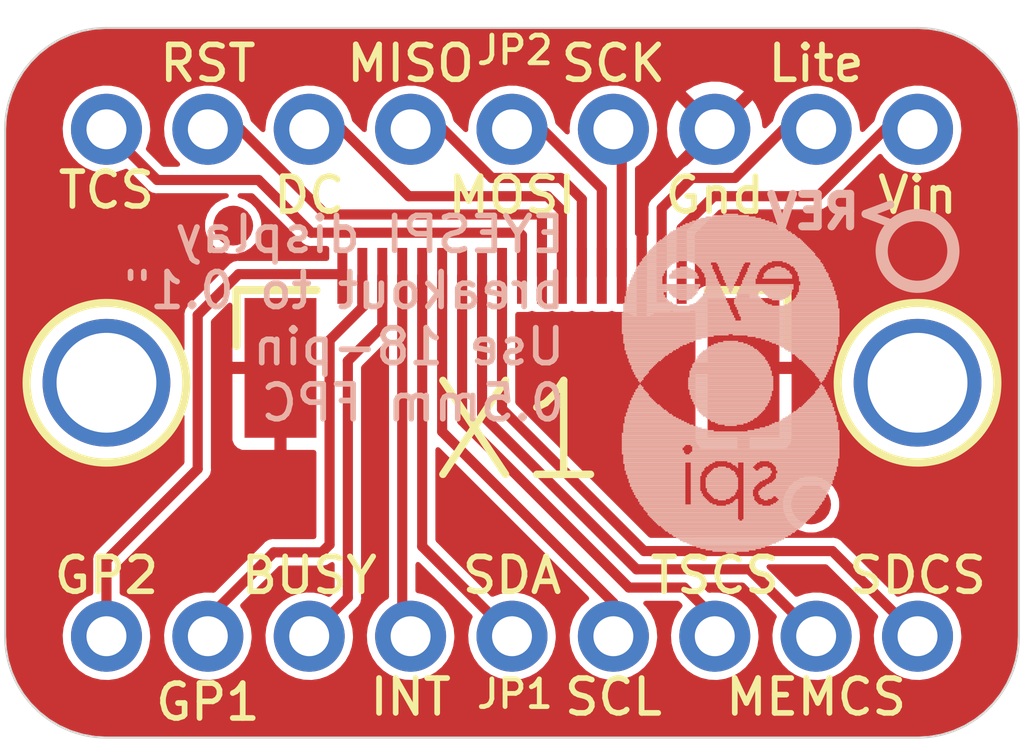
<source format=kicad_pcb>
(kicad_pcb (version 20211014) (generator pcbnew)
  (layers (0 "F.Cu" signal) (1 "In1.Cu" signal) (2 "In2.Cu" signal) (3 "In3.Cu" signal) (4 "In4.Cu" signal) (5 "In5.Cu" signal) (6 "In6.Cu" signal) (7 "In7.Cu" signal) (8 "In8.Cu" signal) (9 "In9.Cu" signal) (10 "In10.Cu" signal) (11 "In11.Cu" signal) (12 "In12.Cu" signal) (13 "In13.Cu" signal) (14 "In14.Cu" signal) (31 "B.Cu" signal) (34 "B.Paste" user) (35 "F.Paste" user) (36 "B.SilkS" user "B.Silkscreen") (37 "F.SilkS" user "F.Silkscreen") (38 "B.Mask" user) (39 "F.Mask" user) (44 "Edge.Cuts" user))
  (net 0 "")
  (net 1 "GND")
  (net 2 "SCK")
  (net 3 "MOSI")
  (net 4 "MISO")
  (net 5 "CARDCS")
  (net 6 "LITE")
  (net 7 "TFTDC")
  (net 8 "TFTCS")
  (net 9 "VIN")
  (net 10 "TFTRST")
  (net 11 "MEM_CS")
  (net 12 "TSCS")
  (net 13 "SCL")
  (net 14 "SDA")
  (net 15 "INT")
  (net 16 "BUSY")
  (net 17 "GPIO1")
  (net 18 "GPIO2")
  (footprint "eagleBoard:MOUNTINGHOLE_2.5_PLATED" (layer "F.Cu") (at 138.3411 105.0036 -90)
    (fp_text reference "U$9" hide)
    (fp_text value "MOUNTINGHOLE2.5" hide)
    (pad "P$1" thru_hole circle (at 0 0 270) (size 3.2 3.2) (drill 2.5) (layers *.Cu *.Mask))
    (zone (net 0) (net_name "") (layer "F.Cu") (connect_pads (clearance 0)) (min_thickness 0.254)
      (keepout (tracks not_allowed) (vias not_allowed) (pads not_allowed) (copperpour not_allowed) (footprints allowed))
      (fill (thermal_gap 0.508) (thermal_bridge_width 0.508))
      (polygon (pts (xy 138.3411 107.0196) (xy 138.691175 106.988972) (xy 139.030613 106.89802) (xy 139.3491 106.749507) (xy 139.63696 106.547946) (xy 139.885446 106.29946) (xy 140.087007 106.0116) (xy 140.23552 105.693113) (xy 140.326472 105.353675) (xy 140.3571 105.0036) (xy 140.326472 104.653525) (xy 140.23552 104.314087) (xy 140.087007 103.9956) (xy 139.885446 103.70774) (xy 139.63696 103.459254) (xy 139.3491 103.257693) (xy 139.030613 103.10918) (xy 138.691175 103.018228) (xy 138.3411 102.9876) (xy 137.991025 103.018228) (xy 137.651587 103.10918) (xy 137.3331 103.257693) (xy 137.04524 103.459254) (xy 136.796754 103.70774) (xy 136.595193 103.9956) (xy 136.44668 104.314087) (xy 136.355728 104.653525) (xy 136.3251 105.0036) (xy 136.355728 105.353675) (xy 136.44668 105.693113) (xy 136.595193 106.0116) (xy 136.796754 106.29946) (xy 137.04524 106.547946) (xy 137.3331 106.749507) (xy 137.651587 106.89802) (xy 137.991025 106.988972)))
      (polygon (pts (xy 138.3411 104.9876) (xy 138.338322 104.987843) (xy 138.335628 104.988565) (xy 138.3331 104.989744) (xy 138.330815 104.991343) (xy 138.328843 104.993315) (xy 138.327244 104.9956) (xy 138.326065 104.998128) (xy 138.325343 105.000822) (xy 138.3251 105.0036) (xy 138.325343 105.006378) (xy 138.326065 105.009072) (xy 138.327244 105.0116) (xy 138.328843 105.013885) (xy 138.330815 105.015857) (xy 138.3331 105.017456) (xy 138.335628 105.018635) (xy 138.338322 105.019357) (xy 138.3411 105.0196) (xy 138.343878 105.019357) (xy 138.346572 105.018635) (xy 138.3491 105.017456) (xy 138.351385 105.015857) (xy 138.353357 105.013885) (xy 138.354956 105.0116) (xy 138.356135 105.009072) (xy 138.356857 105.006378) (xy 138.3571 105.0036) (xy 138.356857 105.000822) (xy 138.356135 104.998128) (xy 138.354956 104.9956) (xy 138.353357 104.993315) (xy 138.351385 104.991343) (xy 138.3491 104.989744) (xy 138.346572 104.988565) (xy 138.343878 104.987843)))
    )
  )
  (footprint "eagleBoard:FIDUCIAL_1MM" (layer "F.Cu") (at 141.5161 101.0666 180)
    (fp_text reference "U$5" hide)
    (fp_text value "FIDUCIAL_1MM" hide)
    (pad "1" smd roundrect (at 0 0 180) (size 1 1) (layers "F.Cu" "F.Mask") (roundrect_rratio 0.5))
  )
  (footprint "eagleBoard:FIDUCIAL_1MM" (layer "F.Cu") (at 155.9941 108.0516 90)
    (fp_text reference "U$4" hide)
    (fp_text value "FIDUCIAL_1MM" hide)
    (pad "1" smd roundrect (at 0 0 90) (size 1 1) (layers "F.Cu" "F.Mask") (roundrect_rratio 0.5))
  )
  (footprint "eagleBoard:1X09_ROUND_70" (layer "F.Cu") (at 148.5011 98.6536 180)
    (fp_text reference "JP2" (at -1.0922 1.9812) (layer "F.SilkS") (effects (font (size 0.692831 0.692831) (thickness 0.119969)) (justify right)))
    (fp_text value "")
    (pad "1" thru_hole circle (at -10.16 0 270) (size 1.778 1.778) (drill 1) (layers *.Cu *.Mask) (net 9 "VIN"))
    (pad "2" thru_hole circle (at -7.62 0 270) (size 1.778 1.778) (drill 1) (layers *.Cu *.Mask) (net 6 "LITE"))
    (pad "3" thru_hole circle (at -5.08 0 270) (size 1.778 1.778) (drill 1) (layers *.Cu *.Mask) (net 1 "GND"))
    (pad "4" thru_hole circle (at -2.54 0 270) (size 1.778 1.778) (drill 1) (layers *.Cu *.Mask) (net 2 "SCK"))
    (pad "5" thru_hole circle (at 0 0 270) (size 1.778 1.778) (drill 1) (layers *.Cu *.Mask) (net 3 "MOSI"))
    (pad "6" thru_hole circle (at 2.54 0 270) (size 1.778 1.778) (drill 1) (layers *.Cu *.Mask) (net 4 "MISO"))
    (pad "7" thru_hole circle (at 5.08 0 270) (size 1.778 1.778) (drill 1) (layers *.Cu *.Mask) (net 7 "TFTDC"))
    (pad "8" thru_hole circle (at 7.62 0 270) (size 1.778 1.778) (drill 1) (layers *.Cu *.Mask) (net 10 "TFTRST"))
    (pad "9" thru_hole circle (at 10.16 0 270) (size 1.778 1.778) (drill 1) (layers *.Cu *.Mask) (net 8 "TFTCS"))
  )
  (footprint "eagleBoard:MOUNTINGHOLE_2.5_PLATED" (layer "F.Cu") (at 158.6611 105.0036 -90)
    (fp_text reference "U$10" hide)
    (fp_text value "MOUNTINGHOLE2.5" hide)
    (pad "P$1" thru_hole circle (at 0 0 270) (size 3.2 3.2) (drill 2.5) (layers *.Cu *.Mask))
    (zone (net 0) (net_name "") (layer "F.Cu") (connect_pads (clearance 0)) (min_thickness 0.254)
      (keepout (tracks not_allowed) (vias not_allowed) (pads not_allowed) (copperpour not_allowed) (footprints allowed))
      (fill (thermal_gap 0.508) (thermal_bridge_width 0.508))
      (polygon (pts (xy 158.6611 107.0196) (xy 159.011175 106.988972) (xy 159.350613 106.89802) (xy 159.6691 106.749507) (xy 159.95696 106.547946) (xy 160.205446 106.29946) (xy 160.407007 106.0116) (xy 160.55552 105.693113) (xy 160.646472 105.353675) (xy 160.6771 105.0036) (xy 160.646472 104.653525) (xy 160.55552 104.314087) (xy 160.407007 103.9956) (xy 160.205446 103.70774) (xy 159.95696 103.459254) (xy 159.6691 103.257693) (xy 159.350613 103.10918) (xy 159.011175 103.018228) (xy 158.6611 102.9876) (xy 158.311025 103.018228) (xy 157.971587 103.10918) (xy 157.6531 103.257693) (xy 157.36524 103.459254) (xy 157.116754 103.70774) (xy 156.915193 103.9956) (xy 156.76668 104.314087) (xy 156.675728 104.653525) (xy 156.6451 105.0036) (xy 156.675728 105.353675) (xy 156.76668 105.693113) (xy 156.915193 106.0116) (xy 157.116754 106.29946) (xy 157.36524 106.547946) (xy 157.6531 106.749507) (xy 157.971587 106.89802) (xy 158.311025 106.988972)))
      (polygon (pts (xy 158.6611 104.9876) (xy 158.658322 104.987843) (xy 158.655628 104.988565) (xy 158.6531 104.989744) (xy 158.650815 104.991343) (xy 158.648843 104.993315) (xy 158.647244 104.9956) (xy 158.646065 104.998128) (xy 158.645343 105.000822) (xy 158.6451 105.0036) (xy 158.645343 105.006378) (xy 158.646065 105.009072) (xy 158.647244 105.0116) (xy 158.648843 105.013885) (xy 158.650815 105.015857) (xy 158.6531 105.017456) (xy 158.655628 105.018635) (xy 158.658322 105.019357) (xy 158.6611 105.0196) (xy 158.663878 105.019357) (xy 158.666572 105.018635) (xy 158.6691 105.017456) (xy 158.671385 105.015857) (xy 158.673357 105.013885) (xy 158.674956 105.0116) (xy 158.676135 105.009072) (xy 158.676857 105.006378) (xy 158.6771 105.0036) (xy 158.676857 105.000822) (xy 158.676135 104.998128) (xy 158.674956 104.9956) (xy 158.673357 104.993315) (xy 158.671385 104.991343) (xy 158.6691 104.989744) (xy 158.666572 104.988565) (xy 158.663878 104.987843)))
    )
  )
  (footprint "eagleBoard:EYE_SPI_DISPLAY_BOTCONTACT" (layer "F.Cu") (at 148.5011 103.4796)
    (fp_text reference "X1" (at -2.19 2.739) (layer "F.SilkS") (effects (font (size 2.353056 2.353056) (thickness 0.186944)) (justify left)))
    (fp_text value "EYE_SPI_DISPLAY_FLIP")
    (pad "1" smd rect (at 4.25 -1.154 180) (size 0.25 1.4) (layers "F.Cu" "F.Paste" "F.Mask") (net 9 "VIN"))
    (pad "2" smd rect (at 3.75 -1.154 180) (size 0.25 1.4) (layers "F.Cu" "F.Paste" "F.Mask") (net 6 "LITE"))
    (pad "3" smd rect (at 3.25 -1.154 180) (size 0.25 1.4) (layers "F.Cu" "F.Paste" "F.Mask") (net 1 "GND"))
    (pad "4" smd rect (at 2.75 -1.154 180) (size 0.25 1.4) (layers "F.Cu" "F.Paste" "F.Mask") (net 2 "SCK"))
    (pad "5" smd rect (at 2.25 -1.154 180) (size 0.25 1.4) (layers "F.Cu" "F.Paste" "F.Mask") (net 3 "MOSI"))
    (pad "6" smd rect (at 1.75 -1.154 180) (size 0.25 1.4) (layers "F.Cu" "F.Paste" "F.Mask") (net 4 "MISO"))
    (pad "7" smd rect (at 1.25 -1.154 180) (size 0.25 1.4) (layers "F.Cu" "F.Paste" "F.Mask") (net 7 "TFTDC"))
    (pad "8" smd rect (at 0.75 -1.154 180) (size 0.25 1.4) (layers "F.Cu" "F.Paste" "F.Mask") (net 10 "TFTRST"))
    (pad "9" smd rect (at 0.25 -1.154 180) (size 0.25 1.4) (layers "F.Cu" "F.Paste" "F.Mask") (net 8 "TFTCS"))
    (pad "10" smd rect (at -0.25 -1.154 180) (size 0.25 1.4) (layers "F.Cu" "F.Paste" "F.Mask") (net 5 "CARDCS"))
    (pad "11" smd rect (at -0.75 -1.154 180) (size 0.25 1.4) (layers "F.Cu" "F.Paste" "F.Mask") (net 11 "MEM_CS"))
    (pad "12" smd rect (at -1.25 -1.154 180) (size 0.25 1.4) (layers "F.Cu" "F.Paste" "F.Mask") (net 12 "TSCS"))
    (pad "13" smd rect (at -1.75 -1.154 180) (size 0.25 1.4) (layers "F.Cu" "F.Paste" "F.Mask") (net 13 "SCL"))
    (pad "14" smd rect (at -2.25 -1.154 180) (size 0.25 1.4) (layers "F.Cu" "F.Paste" "F.Mask") (net 14 "SDA"))
    (pad "15" smd rect (at -2.75 -1.154 180) (size 0.25 1.4) (layers "F.Cu" "F.Paste" "F.Mask") (net 15 "INT"))
    (pad "16" smd rect (at -3.25 -1.154 180) (size 0.25 1.4) (layers "F.Cu" "F.Paste" "F.Mask") (net 16 "BUSY"))
    (pad "17" smd rect (at -3.75 -1.154 180) (size 0.25 1.4) (layers "F.Cu" "F.Paste" "F.Mask") (net 17 "GPIO1"))
    (pad "18" smd rect (at -4.25 -1.154 180) (size 0.25 1.4) (layers "F.Cu" "F.Paste" "F.Mask") (net 18 "GPIO2"))
    (pad "SUPPORT1" smd rect (at -5.8 1.152) (size 1.8 3.5) (layers "F.Cu" "F.Paste" "F.Mask") (net 1 "GND"))
    (pad "SUPPORT2" smd rect (at 5.8 1.152) (size 1.8 3.5) (layers "F.Cu" "F.Paste" "F.Mask") (net 1 "GND"))
  )
  (footprint "eagleBoard:1X09_ROUND_70" (layer "F.Cu") (at 148.5011 111.3536 180)
    (fp_text reference "JP1" (at -1.0922 -1.4478) (layer "F.SilkS") (effects (font (size 0.692831 0.692831) (thickness 0.119969)) (justify right)))
    (fp_text value "")
    (pad "1" thru_hole circle (at -10.16 0 270) (size 1.778 1.778) (drill 1) (layers *.Cu *.Mask) (net 5 "CARDCS"))
    (pad "2" thru_hole circle (at -7.62 0 270) (size 1.778 1.778) (drill 1) (layers *.Cu *.Mask) (net 11 "MEM_CS"))
    (pad "3" thru_hole circle (at -5.08 0 270) (size 1.778 1.778) (drill 1) (layers *.Cu *.Mask) (net 12 "TSCS"))
    (pad "4" thru_hole circle (at -2.54 0 270) (size 1.778 1.778) (drill 1) (layers *.Cu *.Mask) (net 13 "SCL"))
    (pad "5" thru_hole circle (at 0 0 270) (size 1.778 1.778) (drill 1) (layers *.Cu *.Mask) (net 14 "SDA"))
    (pad "6" thru_hole circle (at 2.54 0 270) (size 1.778 1.778) (drill 1) (layers *.Cu *.Mask) (net 15 "INT"))
    (pad "7" thru_hole circle (at 5.08 0 270) (size 1.778 1.778) (drill 1) (layers *.Cu *.Mask) (net 16 "BUSY"))
    (pad "8" thru_hole circle (at 7.62 0 270) (size 1.778 1.778) (drill 1) (layers *.Cu *.Mask) (net 17 "GPIO1"))
    (pad "9" thru_hole circle (at 10.16 0 270) (size 1.778 1.778) (drill 1) (layers *.Cu *.Mask) (net 18 "GPIO2"))
  )
  (footprint "eagleBoard:EYESPI_MINI_LOGO" (layer "B.Cu") (at 156.7561 109.3216 180)
    (fp_text reference "U$22" hide)
    (fp_text value "" hide)
  )
  (footprint "eagleBoard:PCBFEAT-REV-040" (layer "B.Cu") (at 158.6611 101.7016)
    (fp_text reference "U$2" hide)
    (fp_text value "" hide)
    (fp_text user ">REV" (at -0.3556 -0.508 180) (layer "B.SilkS") (effects (font (size 0.8128 0.8128) (thickness 0.2032)) (justify left bottom mirror)))
  )
  (gr_line (start 158.6611 96.1136) (end 138.3411 96.1136) (layer "Edge.Cuts") (width 0.05))
  (gr_line (start 161.2011 111.3536) (end 161.2011 98.6536) (layer "Edge.Cuts") (width 0.05))
  (gr_arc (start 161.2011 111.3536) (mid 160.457151 113.149651) (end 158.6611 113.8936) (layer "Edge.Cuts") (width 0.05))
  (gr_line (start 135.8011 98.6536) (end 135.8011 111.3536) (layer "Edge.Cuts") (width 0.05))
  (gr_line (start 138.3411 113.8936) (end 158.6611 113.8936) (layer "Edge.Cuts") (width 0.05))
  (gr_arc (start 135.8011 98.6536) (mid 136.545049 96.857549) (end 138.3411 96.1136) (layer "Edge.Cuts") (width 0.05))
  (gr_arc (start 158.6611 96.1136) (mid 160.457151 96.857549) (end 161.2011 98.6536) (layer "Edge.Cuts") (width 0.05))
  (gr_arc (start 138.3411 113.8936) (mid 136.545049 113.149651) (end 135.8011 111.3536) (layer "Edge.Cuts") (width 0.05))
  (gr_text "EYESPI display\nbreakout to 0.1\"\nUse 18-pin\n0.5mm FPC" (at 149.8981 106.0196) (layer "B.SilkS") (effects (font (size 0.87376 0.87376) (thickness 0.14224)) (justify left bottom mirror)))
  (gr_text "TSCS" (at 153.5811 109.8296) (layer "F.SilkS") (effects (font (size 0.87376 0.87376) (thickness 0.14224))))
  (gr_text "GP1" (at 140.8811 113.0046) (layer "F.SilkS") (effects (font (size 0.87376 0.87376) (thickness 0.14224))))
  (gr_text "MOSI" (at 148.5011 100.3046) (layer "F.SilkS") (effects (font (size 0.87376 0.87376) (thickness 0.14224))))
  (gr_text "DC" (at 143.4211 100.3046) (layer "F.SilkS") (effects (font (size 0.87376 0.87376) (thickness 0.14224))))
  (gr_text "Vin" (at 158.6611 100.3046) (layer "F.SilkS") (effects (font (size 0.87376 0.87376) (thickness 0.14224))))
  (gr_text "GP2" (at 138.3411 109.8296) (layer "F.SilkS") (effects (font (size 0.87376 0.87376) (thickness 0.14224))))
  (gr_text "MISO" (at 145.9611 97.0026) (layer "F.SilkS") (effects (font (size 0.87376 0.87376) (thickness 0.14224))))
  (gr_text "BUSY" (at 143.4211 109.8296) (layer "F.SilkS") (effects (font (size 0.87376 0.87376) (thickness 0.14224))))
  (gr_text "Lite" (at 156.1211 97.0026) (layer "F.SilkS") (effects (font (size 0.87376 0.87376) (thickness 0.14224))))
  (gr_text "SDA" (at 148.5011 109.8296) (layer "F.SilkS") (effects (font (size 0.87376 0.87376) (thickness 0.14224))))
  (gr_text "SDCS" (at 158.6611 109.8296) (layer "F.SilkS") (effects (font (size 0.87376 0.87376) (thickness 0.14224))))
  (gr_text "RST" (at 140.8811 97.0026) (layer "F.SilkS") (effects (font (size 0.87376 0.87376) (thickness 0.14224))))
  (gr_text "Gnd" (at 153.5811 100.3046) (layer "F.SilkS") (effects (font (size 0.87376 0.87376) (thickness 0.14224))))
  (gr_text "MEMCS" (at 156.1211 112.8776) (layer "F.SilkS") (effects (font (size 0.87376 0.87376) (thickness 0.14224))))
  (gr_text "SCK" (at 151.0411 97.0026) (layer "F.SilkS") (effects (font (size 0.87376 0.87376) (thickness 0.14224))))
  (gr_text "INT" (at 145.9611 112.8776) (layer "F.SilkS") (effects (font (size 0.87376 0.87376) (thickness 0.14224))))
  (gr_text "TCS" (at 138.3411 100.1776) (layer "F.SilkS") (effects (font (size 0.87376 0.87376) (thickness 0.14224))))
  (gr_text "SCL" (at 151.0411 112.8776) (layer "F.SilkS") (effects (font (size 0.87376 0.87376) (thickness 0.14224))))
  (segment (start 151.7511 102.3256) (end 151.7511 100.4836) (width 0.254) (layer "F.Cu") (net 1))
  (segment (start 151.7511 100.4836) (end 153.5811 98.6536) (width 0.254) (layer "F.Cu") (net 1))
  (segment (start 151.2511 102.3256) (end 151.2511 98.8636) (width 0.254) (layer "F.Cu") (net 2))
  (segment (start 151.2511 98.8636) (end 151.0411 98.6536) (width 0.254) (layer "F.Cu") (net 2))
  (segment (start 150.7511 100.1416) (end 149.2631 98.6536) (width 0.254) (layer "F.Cu") (net 3))
  (segment (start 150.7511 102.3256) (end 150.7511 100.1416) (width 0.254) (layer "F.Cu") (net 3))
  (segment (start 149.2631 98.6536) (end 148.5011 98.6536) (width 0.254) (layer "F.Cu") (net 3))
  (segment (start 149.7203 99.8728) (end 147.996087 99.8728) (width 0.254) (layer "F.Cu") (net 4))
  (segment (start 150.2511 100.4036) (end 149.7203 99.8728) (width 0.254) (layer "F.Cu") (net 4))
  (segment (start 146.776887 98.6536) (end 145.9611 98.6536) (width 0.254) (layer "F.Cu") (net 4))
  (segment (start 150.2511 102.3256) (end 150.2511 100.4036) (width 0.254) (layer "F.Cu") (net 4))
  (segment (start 147.996087 99.8728) (end 146.776887 98.6536) (width 0.254) (layer "F.Cu") (net 4))
  (segment (start 156.5275 109.22) (end 158.6611 111.3536) (width 0.254) (layer "F.Cu") (net 5))
  (segment (start 148.2511 102.3256) (end 148.2511 105.661644) (width 0.254) (layer "F.Cu") (net 5))
  (segment (start 148.2511 105.661644) (end 151.809456 109.22) (width 0.254) (layer "F.Cu") (net 5))
  (segment (start 156.5275 109.22) (end 151.809456 109.22) (width 0.254) (layer "F.Cu") (net 5))
  (segment (start 152.2511 102.3256) (end 152.2511 100.630182) (width 0.254) (layer "F.Cu") (net 6))
  (segment (start 154.086112 99.8728) (end 155.305312 98.6536) (width 0.254) (layer "F.Cu") (net 6))
  (segment (start 152.2511 100.630182) (end 153.008481 99.8728) (width 0.254) (layer "F.Cu") (net 6))
  (segment (start 155.305312 98.6536) (end 156.1211 98.6536) (width 0.254) (layer "F.Cu") (net 6))
  (segment (start 153.008481 99.8728) (end 154.086112 99.8728) (width 0.254) (layer "F.Cu") (net 6))
  (segment (start 145.913287 100.33) (end 144.236887 98.6536) (width 0.254) (layer "F.Cu") (net 7))
  (segment (start 149.7511 102.3256) (end 149.7511 100.691) (width 0.254) (layer "F.Cu") (net 7))
  (segment (start 144.236887 98.6536) (end 143.4211 98.6536) (width 0.254) (layer "F.Cu") (net 7))
  (segment (start 149.3901 100.33) (end 145.913287 100.33) (width 0.254) (layer "F.Cu") (net 7))
  (segment (start 149.7511 100.691) (end 149.3901 100.33) (width 0.254) (layer "F.Cu") (net 7))
  (segment (start 143.4719 101.2444) (end 142.1511 99.9236) (width 0.254) (layer "F.Cu") (net 8))
  (segment (start 148.6859 101.2444) (end 143.4719 101.2444) (width 0.254) (layer "F.Cu") (net 8))
  (segment (start 142.1511 99.9236) (end 139.6111 99.9236) (width 0.254) (layer "F.Cu") (net 8))
  (segment (start 148.7511 102.3256) (end 148.7511 101.3096) (width 0.254) (layer "F.Cu") (net 8))
  (segment (start 148.7511 101.3096) (end 148.6859 101.2444) (width 0.254) (layer "F.Cu") (net 8))
  (segment (start 139.6111 99.9236) (end 138.3411 98.6536) (width 0.254) (layer "F.Cu") (net 8))
  (segment (start 157.845312 98.6536) (end 158.6611 98.6536) (width 0.254) (layer "F.Cu") (net 9))
  (segment (start 156.168912 100.33) (end 157.845312 98.6536) (width 0.254) (layer "F.Cu") (net 9))
  (segment (start 152.7511 102.3256) (end 152.7511 101.1346) (width 0.254) (layer "F.Cu") (net 9))
  (segment (start 153.5557 100.33) (end 156.168912 100.33) (width 0.254) (layer "F.Cu") (net 9))
  (segment (start 152.7511 101.1346) (end 153.5557 100.33) (width 0.254) (layer "F.Cu") (net 9))
  (segment (start 149.200718 100.7872) (end 143.830487 100.7872) (width 0.254) (layer "F.Cu") (net 10))
  (segment (start 149.2511 102.3256) (end 149.2511 100.837582) (width 0.254) (layer "F.Cu") (net 10))
  (segment (start 141.696887 98.6536) (end 140.8811 98.6536) (width 0.254) (layer "F.Cu") (net 10))
  (segment (start 143.830487 100.7872) (end 141.696887 98.6536) (width 0.254) (layer "F.Cu") (net 10))
  (segment (start 149.2511 100.837582) (end 149.200718 100.7872) (width 0.254) (layer "F.Cu") (net 10))
  (segment (start 147.7511 102.3256) (end 147.7511 105.808225) (width 0.254) (layer "F.Cu") (net 11))
  (segment (start 147.7511 105.808225) (end 151.620075 109.6772) (width 0.254) (layer "F.Cu") (net 11))
  (segment (start 154.4447 109.6772) (end 151.620075 109.6772) (width 0.254) (layer "F.Cu") (net 11))
  (segment (start 154.4447 109.6772) (end 156.1211 111.3536) (width 0.254) (layer "F.Cu") (net 11))
  (segment (start 153.5811 111.3536) (end 153.5811 110.899388) (width 0.254) (layer "F.Cu") (net 12))
  (segment (start 151.430693 110.1344) (end 152.816112 110.1344) (width 0.254) (layer "F.Cu") (net 12))
  (segment (start 147.2511 102.3256) (end 147.2511 105.954807) (width 0.254) (layer "F.Cu") (net 12))
  (segment (start 153.5811 110.899388) (end 152.816112 110.1344) (width 0.254) (layer "F.Cu") (net 12))
  (segment (start 147.2511 105.954807) (end 151.430693 110.1344) (width 0.254) (layer "F.Cu") (net 12))
  (segment (start 146.7511 102.3256) (end 146.7511 106.228388) (width 0.254) (layer "F.Cu") (net 13))
  (segment (start 151.0411 110.518388) (end 146.7511 106.228388) (width 0.254) (layer "F.Cu") (net 13))
  (segment (start 151.0411 111.3536) (end 151.0411 110.518388) (width 0.254) (layer "F.Cu") (net 13))
  (segment (start 148.5011 111.3536) (end 146.2511 109.1036) (width 0.254) (layer "F.Cu") (net 14))
  (segment (start 146.2511 109.1036) (end 146.2511 102.3256) (width 0.254) (layer "F.Cu") (net 14))
  (segment (start 145.7511 111.143597) (end 145.9611 111.3536) (width 0.254) (layer "F.Cu") (net 15))
  (segment (start 145.7511 102.3256) (end 145.7511 111.143597) (width 0.254) (layer "F.Cu") (net 15))
  (segment (start 144.3885 104.4582) (end 145.2511 103.5956) (width 0.254) (layer "F.Cu") (net 16))
  (segment (start 144.3885 104.4582) (end 144.3885 110.3862) (width 0.254) (layer "F.Cu") (net 16))
  (segment (start 145.2511 102.3256) (end 145.2511 103.5956) (width 0.254) (layer "F.Cu") (net 16))
  (segment (start 144.3885 110.3862) (end 143.4211 111.3536) (width 0.254) (layer "F.Cu") (net 16))
  (segment (start 144.781075 103.0876) (end 144.7511 103.0876) (width 0.254) (layer "F.Cu") (net 17))
  (segment (start 143.737875 109.2518) (end 142.5321 109.2518) (width 0.254) (layer "F.Cu") (net 17))
  (segment (start 143.9313 103.937375) (end 143.9313 109.058375) (width 0.254) (layer "F.Cu") (net 17))
  (segment (start 143.9313 109.058375) (end 143.737875 109.2518) (width 0.254) (layer "F.Cu") (net 17))
  (segment (start 142.5321 109.2518) (end 140.8811 110.9028) (width 0.254) (layer "F.Cu") (net 17))
  (segment (start 144.7511 102.3256) (end 144.7511 103.0876) (width 0.254) (layer "F.Cu") (net 17))
  (segment (start 144.781075 103.0876) (end 143.9313 103.937375) (width 0.254) (layer "F.Cu") (net 17))
  (segment (start 140.8811 110.9028) (end 140.8811 111.3536) (width 0.254) (layer "F.Cu") (net 17))
  (segment (start 138.3411 109.4486) (end 140.6271 107.1626) (width 0.254) (layer "F.Cu") (net 18))
  (segment (start 140.6271 103.307994) (end 141.651828 102.283266) (width 0.254) (layer "F.Cu") (net 18))
  (segment (start 140.6271 103.307994) (end 140.6271 107.1626) (width 0.254) (layer "F.Cu") (net 18))
  (segment (start 144.208765 102.283266) (end 144.2511 102.3256) (width 0.254) (layer "F.Cu") (net 18))
  (segment (start 138.3411 109.4486) (end 138.3411 111.3536) (width 0.254) (layer "F.Cu") (net 18))
  (segment (start 141.651828 102.283266) (end 144.208765 102.283266) (width 0.254) (layer "F.Cu") (net 18))
  (zone (net 1) (net_name "GND") (layer "F.Cu") (priority 6) (connect_pads (clearance 0.000001)) (min_thickness 0.127) (fill yes (thermal_gap 0.304) (thermal_bridge_width 0.304))
    (polygon (pts (xy 161.3281 114.0206) (xy 135.6741 114.0206) (xy 135.6741 95.9866) (xy 161.3281 95.9866)))
  )
)
</source>
